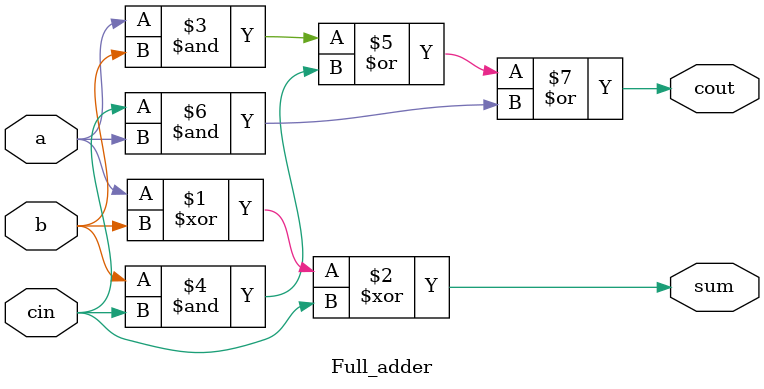
<source format=v>
`timescale 1ns / 1ps


module Full_adder(
    input a,b,cin,
    output sum,cout
    );
   
//*********************************
// DATAFLOW MODELLING

assign sum = a^b^cin;
assign cout = (a&b) | (b&cin) | (cin&a);

//**********************************

//STRUCTURAL MODELLING
/*
wire s1,c1,c2;
xor G1 (s1,a,b), G2 (sum,s1,cin);
and G3 (c1,a,b), G4 (c2,cin,s1);
or G5 (cout,c1,c2);
*/
//***********************************

//BEHAVIORAL MODELLING
/*
always @(*)
begin
sum = a^b^cin;
cout = (a&b) | (cin &(a^b));
end
*/
endmodule

</source>
